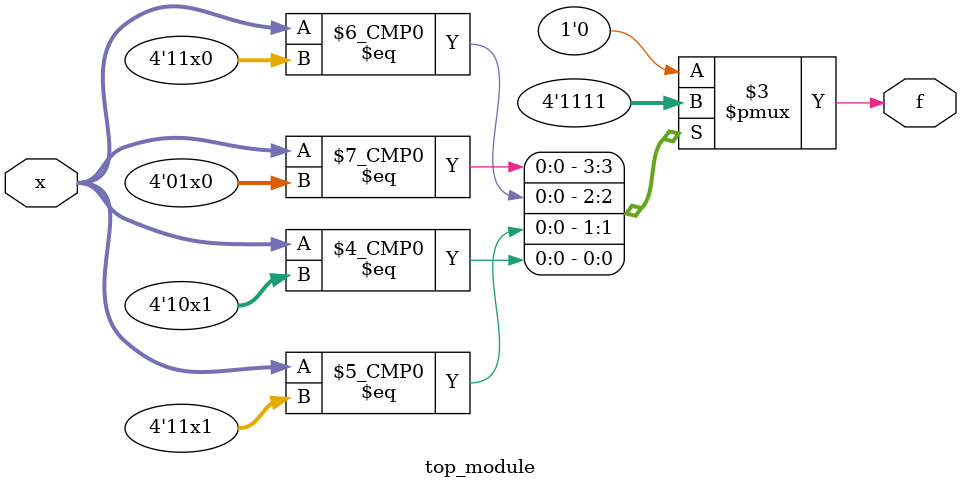
<source format=sv>
module top_module (
	input [4:1] x,
	output logic f
);

always_comb begin
	case (x)
		4'b00xx:
		begin
			f = 0;
		end
		4'b01x1:
		begin
			f = 0;
		end
		4'b01x0:
		begin
			f = 1;
		end
		4'b11x0:
		begin
			f = 1;
		end
		4'b11x1:
		begin
			f = 1;
		end
		4'b111x:
		begin
			f = 1;
		end
		4'b10x1:
		begin
			f = 1;
		end
		default:
		begin
			f = 0;
		end
	endcase
end

endmodule

</source>
